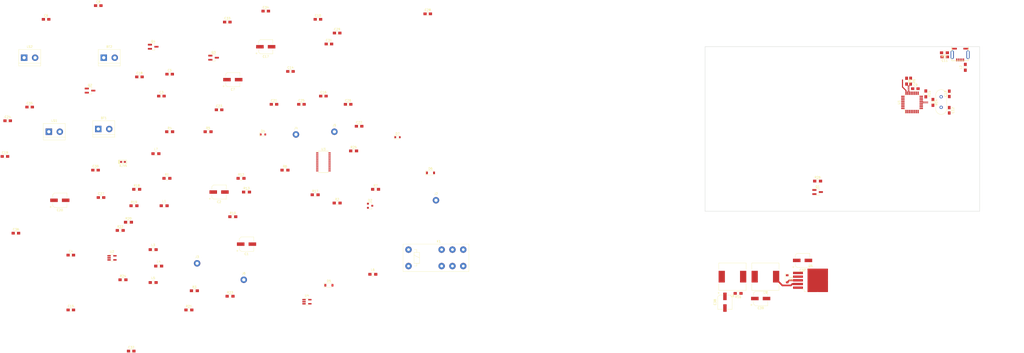
<source format=kicad_pcb>
(kicad_pcb (version 4) (host pcbnew 4.0.7)
  (layers (0 F.Cu signal) (31 B.Cu signal) (34 B.Paste user hide) (35 F.Paste user hide) (36 B.SilkS user hide) (37 F.SilkS user hide) (38 B.Mask user hide) (39 F.Mask user hide) (44 Edge.Cuts user))
  (net 0 "")
  (net 1 "Net-(C1-Pad1)")
  (net 2 "/Speaker Op-Amp Circuit/Vin_R")
  (net 3 "Net-(C2-Pad1)")
  (net 4 "/Speaker Op-Amp Circuit/Vin_L")
  (net 5 /USB_Dn)
  (net 6 /USB_Dp)
  (net 7 GND)
  (net 8 "Net-(D3-Pad1)")
  (net 9 "Net-(D4-Pad1)")
  (net 10 VDD)
  (net 11 +BATT)
  (net 12 "Net-(C36-Pad1)")
  (net 13 VBUS)
  (net 14 "Net-(D6-Pad2)")
  (net 15 "Net-(D7-Pad1)")
  (net 16 "Net-(C11-Pad1)")
  (net 17 "Net-(J1-Pad1)")
  (net 18 "Net-(J1-Pad4)")
  (net 19 "Net-(J2-Pad1)")
  (net 20 /SSPNDn)
  (net 21 "Net-(J4-Pad1)")
  (net 22 "/Speaker Op-Amp Circuit/PLIMIT")
  (net 23 "/Speaker Op-Amp Circuit/PBTL")
  (net 24 "Net-(BT1-Pad2)")
  (net 25 "Net-(K1-Pad24)")
  (net 26 "Net-(BT2-Pad1)")
  (net 27 /AGND_LR)
  (net 28 /AGND_DAC)
  (net 29 "Net-(C26-Pad1)")
  (net 30 "Net-(C24-Pad1)")
  (net 31 "Net-(C27-Pad2)")
  (net 32 "Net-(C28-Pad2)")
  (net 33 "Net-(C30-Pad1)")
  (net 34 "Net-(C29-Pad1)")
  (net 35 "Net-(C31-Pad2)")
  (net 36 "Net-(C32-Pad2)")
  (net 37 "Net-(C3-Pad2)")
  (net 38 "Net-(C4-Pad2)")
  (net 39 "Net-(R8-Pad2)")
  (net 40 "Net-(R9-Pad2)")
  (net 41 "Net-(C13-Pad1)")
  (net 42 "Net-(C12-Pad1)")
  (net 43 "Net-(R15-Pad2)")
  (net 44 "Net-(C39-Pad1)")
  (net 45 +5V)
  (net 46 "/Speaker Op-Amp Circuit/GVDD")
  (net 47 "Net-(C33-Pad1)")
  (net 48 "/Battery Power Circuit/CE")
  (net 49 "Net-(Q4-Pad3)")
  (net 50 "/Battery Power Circuit/SSPND")
  (net 51 "Net-(C8-Pad1)")
  (net 52 /FUNC3)
  (net 53 /FUNC0)
  (net 54 /HID0)
  (net 55 /HID1)
  (net 56 /HID2)
  (net 57 /FSEL)
  (net 58 "Net-(U1-Pad14)")
  (net 59 /DOUT)
  (net 60 /FUNC2)
  (net 61 /FUNC1)
  (net 62 "Net-(C6-Pad2)")
  (net 63 "Net-(C5-Pad2)")
  (net 64 "Net-(C7-Pad1)")
  (net 65 "/Speaker Op-Amp Circuit/FAULTn")
  (net 66 "Net-(C21-Pad2)")
  (net 67 "Net-(C22-Pad2)")
  (net 68 "Net-(U3-Pad5)")
  (net 69 "Net-(U3-Pad6)")
  (net 70 "Net-(C23-Pad2)")
  (net 71 "Net-(U3-Pad13)")
  (net 72 "Net-(C32-Pad1)")
  (net 73 "Net-(C29-Pad2)")
  (net 74 "Net-(C28-Pad1)")
  (net 75 "Net-(C24-Pad2)")
  (net 76 "Net-(C25-Pad2)")
  (module Capacitors_SMD:CP_Elec_6.3x5.7 (layer F.Cu) (at -129.54 146.05)
    (fp_text reference C1 (at 0 4.56) (layer F.SilkS))
    (fp_text value 100uF)
    (fp_text user + (at -4.28 3.01) (layer F.SilkS))
    (pad 1 smd rect (at -2.7 0 180) (size 3.5 1.6) (layers F.Cu F.Paste F.Mask) (net 1 "Net-(C1-Pad1)"))
    (pad 2 smd rect (at 2.7 0 180) (size 3.5 1.6) (layers F.Cu F.Paste F.Mask) (net 2 "/Speaker Op-Amp Circuit/Vin_R"))
  )
  (module Capacitors_SMD:CP_Elec_6.3x5.7 (layer F.Cu) (at -142.24 121.92)
    (fp_text reference C2 (at 0 4.56) (layer F.SilkS))
    (fp_text value 100uF)
    (fp_text user + (at -4.28 3.01) (layer F.SilkS))
    (pad 1 smd rect (at -2.7 0 180) (size 3.5 1.6) (layers F.Cu F.Paste F.Mask) (net 3 "Net-(C2-Pad1)"))
    (pad 2 smd rect (at 2.7 0 180) (size 3.5 1.6) (layers F.Cu F.Paste F.Mask) (net 4 "/Speaker Op-Amp Circuit/Vin_L"))
  )
  (module TO_SOT_Packages_SMD:SOT-23 (layer F.Cu) (at -72.39 128.27)
    (fp_text reference D2 (at 0 -2.5) (layer F.SilkS))
    (fp_text value "TVS Array")
    (pad 1 smd rect (at -1 -0.95) (size 0.9 0.8) (layers F.Cu F.Paste F.Mask) (net 5 /USB_Dn))
    (pad 2 smd rect (at -1 0.95) (size 0.9 0.8) (layers F.Cu F.Paste F.Mask) (net 6 /USB_Dp))
    (pad 3 smd rect (at 1 0) (size 0.9 0.8) (layers F.Cu F.Paste F.Mask) (net 7 GND))
  )
  (module Diodes_SMD:D_SOD-123 (layer F.Cu) (at 120.5484 162.1282 270)
    (fp_text reference D3 (at 0 -2 270) (layer F.SilkS))
    (fp_text value 1N5819)
    (pad 1 smd rect (at -1.65 0 270) (size 0.9 1.2) (layers F.Cu F.Paste F.Mask) (net 8 "Net-(D3-Pad1)"))
    (pad 2 smd rect (at 1.65 0 270) (size 0.9 1.2) (layers F.Cu F.Paste F.Mask) (net 7 GND))
  )
  (module Diodes_SMD:D_0805 (layer F.Cu) (at -121.92 95.25)
    (fp_text reference D4 (at 0 -1.6) (layer F.SilkS))
    (fp_text value "LED GREEN")
    (pad 1 smd rect (at -1.05 0) (size 0.8 0.9) (layers F.Cu F.Paste F.Mask) (net 9 "Net-(D4-Pad1)"))
    (pad 2 smd rect (at 1.05 0) (size 0.8 0.9) (layers F.Cu F.Paste F.Mask) (net 10 VDD))
  )
  (module Diodes_SMD:D_SOD-123 (layer F.Cu) (at -91.44 165.1)
    (fp_text reference D5 (at 0 -2) (layer F.SilkS))
    (fp_text value 1N5819)
    (pad 1 smd rect (at -1.65 0) (size 0.9 1.2) (layers F.Cu F.Paste F.Mask) (net 11 +BATT))
    (pad 2 smd rect (at 1.65 0) (size 0.9 1.2) (layers F.Cu F.Paste F.Mask) (net 12 "Net-(C36-Pad1)"))
  )
  (module Diodes_SMD:D_SOD-123 (layer F.Cu) (at -44.45 113.03)
    (fp_text reference D6 (at 0 -2) (layer F.SilkS))
    (fp_text value 1N4448W)
    (pad 1 smd rect (at -1.65 0) (size 0.9 1.2) (layers F.Cu F.Paste F.Mask) (net 13 VBUS))
    (pad 2 smd rect (at 1.65 0) (size 0.9 1.2) (layers F.Cu F.Paste F.Mask) (net 14 "Net-(D6-Pad2)"))
  )
  (module Diodes_SMD:D_0805 (layer F.Cu) (at -59.69 96.52)
    (fp_text reference D7 (at 0 -1.6) (layer F.SilkS))
    (fp_text value "LED GREEN")
    (pad 1 smd rect (at -1.05 0) (size 0.8 0.9) (layers F.Cu F.Paste F.Mask) (net 15 "Net-(D7-Pad1)"))
    (pad 2 smd rect (at 1.05 0) (size 0.8 0.9) (layers F.Cu F.Paste F.Mask) (net 45 +5V))
  )
  (module keyboard_parts:USB_miniB_hirose_5S8 (layer F.Cu) (at 200.533 60.706 180)
    (fp_text reference J1 hide)
    (fp_text value USB_OTG hide)
    (pad 6 smd rect (at 2.675 5.2 180) (size 2.35 0.8) (layers F.Cu F.Paste F.Mask) (net 16 "Net-(C11-Pad1)"))
    (pad 6 smd rect (at -2.675 5.2 180) (size 2.35 0.8) (layers F.Cu F.Paste F.Mask) (net 16 "Net-(C11-Pad1)"))
    (pad 1 smd rect (at -1.6 0 180) (size 0.5 1.4) (layers F.Cu F.Paste F.Mask) (net 17 "Net-(J1-Pad1)"))
    (pad 2 smd rect (at -0.8 0 180) (size 0.5 1.4) (layers F.Cu F.Paste F.Mask) (net 5 /USB_Dn))
    (pad 3 smd rect (at 0 0 180) (size 0.5 1.4) (layers F.Cu F.Paste F.Mask) (net 6 /USB_Dp))
    (pad 4 smd rect (at 0.8 0 180) (size 0.5 1.4) (layers F.Cu F.Paste F.Mask) (net 18 "Net-(J1-Pad4)"))
    (pad 5 smd rect (at 1.6 0 180) (size 0.5 1.4) (layers F.Cu F.Paste F.Mask) (net 7 GND))
    (pad 6 thru_hole oval (at -3.65 2.4 180) (size 1.5 4) (drill oval 0.7 3.2) (layers *.Cu *.Mask F.Paste) (net 16 "Net-(C11-Pad1)"))
    (pad 6 thru_hole oval (at 3.65 2.4 180) (size 1.5 4) (drill oval 0.7 3.2) (layers *.Cu *.Mask F.Paste) (net 16 "Net-(C11-Pad1)"))
  )
  (module Measurement_Points:Measurement_Point_Round-TH_Big (layer F.Cu) (at -41.91 125.73)
    (fp_text reference J2 (at 0 -3) (layer F.SilkS))
    (fp_text value TP)
    (pad 1 thru_hole circle (at 0 0) (size 3 3) (drill 1.5) (layers *.Cu *.Mask) (net 19 "Net-(J2-Pad1)"))
  )
  (module Measurement_Points:Measurement_Point_Round-TH_Big (layer F.Cu) (at -152.4 154.94)
    (fp_text reference J3 (at 0 -3) (layer F.SilkS))
    (fp_text value TP)
    (pad 1 thru_hole circle (at 0 0) (size 3 3) (drill 1.5) (layers *.Cu *.Mask) (net 20 /SSPNDn))
  )
  (module Measurement_Points:Measurement_Point_Round-TH_Big (layer F.Cu) (at -106.68 95.25)
    (fp_text reference J4 (at 0 -3) (layer F.SilkS))
    (fp_text value TP)
    (pad 1 thru_hole circle (at 0 0) (size 3 3) (drill 1.5) (layers *.Cu *.Mask) (net 21 "Net-(J4-Pad1)"))
  )
  (module Measurement_Points:Measurement_Point_Round-TH_Big (layer F.Cu) (at -88.9 93.98)
    (fp_text reference J5 (at 0 -3) (layer F.SilkS))
    (fp_text value TP)
    (pad 1 thru_hole circle (at 0 0) (size 3 3) (drill 1.5) (layers *.Cu *.Mask) (net 22 "/Speaker Op-Amp Circuit/PLIMIT"))
  )
  (module Measurement_Points:Measurement_Point_Round-TH_Big (layer F.Cu) (at -130.81 162.56)
    (fp_text reference J6 (at 0 -3) (layer F.SilkS))
    (fp_text value TP)
    (pad 1 thru_hole circle (at 0 0) (size 3 3) (drill 1.5) (layers *.Cu *.Mask) (net 23 "/Speaker Op-Amp Circuit/PBTL"))
  )
  (module Relays_THT:Relay_DPDT_Finder_40.52 (layer F.Cu) (at -54.61 148.59)
    (fp_text reference K1 (at 13.97 -3.81) (layer F.SilkS))
    (fp_text value V23105A5001A201)
    (pad A1 thru_hole circle (at 0 0) (size 3 3) (drill 1.3) (layers *.Cu *.Mask) (net 14 "Net-(D6-Pad2)"))
    (pad A2 thru_hole circle (at 0 7.62) (size 3 3) (drill 1.3) (layers *.Cu *.Mask) (net 13 VBUS))
    (pad 11 thru_hole circle (at 20.32 0) (size 3 3) (drill 1.3) (layers *.Cu *.Mask) (net 24 "Net-(BT1-Pad2)"))
    (pad 24 thru_hole circle (at 25.32 7.62) (size 3 3) (drill 1.3) (layers *.Cu *.Mask) (net 25 "Net-(K1-Pad24)"))
    (pad 22 thru_hole circle (at 15.32 7.62) (size 3 3) (drill 1.3) (layers *.Cu *.Mask) (net 26 "Net-(BT2-Pad1)"))
    (pad 12 thru_hole circle (at 15.32 0) (size 3 3) (drill 1.3) (layers *.Cu *.Mask) (net 7 GND))
    (pad 21 thru_hole circle (at 20.32 7.62) (size 3 3) (drill 1.3) (layers *.Cu *.Mask) (net 11 +BATT))
    (pad 14 thru_hole circle (at 25.32 0) (size 3 3) (drill 1.3) (layers *.Cu *.Mask) (net 26 "Net-(BT2-Pad1)"))
  )
  (module Inductors_SMD:L_0805_HandSoldering (layer F.Cu) (at -167.64 128.27)
    (fp_text reference L1 (at 0 -2.1) (layer F.SilkS))
    (fp_text value 60Ω@100MHz,3A)
    (pad 1 smd rect (at -1.35 0) (size 1.5 1.3) (layers F.Cu F.Paste F.Mask) (net 27 /AGND_LR))
    (pad 2 smd rect (at 1.35 0) (size 1.5 1.3) (layers F.Cu F.Paste F.Mask) (net 7 GND))
  )
  (module Inductors_SMD:L_0805_HandSoldering (layer F.Cu) (at 202.946 64.135 90)
    (fp_text reference L2 (at 0 -2.1 90) (layer F.SilkS))
    (fp_text value 60Ω@100MHz,3A)
    (pad 1 smd rect (at -1.35 0 90) (size 1.5 1.3) (layers F.Cu F.Paste F.Mask) (net 13 VBUS))
    (pad 2 smd rect (at 1.35 0 90) (size 1.5 1.3) (layers F.Cu F.Paste F.Mask) (net 17 "Net-(J1-Pad1)"))
  )
  (module Inductors_SMD:L_0805_HandSoldering (layer F.Cu) (at -172.72 148.59)
    (fp_text reference L3 (at 0 -2.1) (layer F.SilkS))
    (fp_text value 60Ω@100MHz,3A)
    (pad 1 smd rect (at -1.35 0) (size 1.5 1.3) (layers F.Cu F.Paste F.Mask) (net 28 /AGND_DAC))
    (pad 2 smd rect (at 1.35 0) (size 1.5 1.3) (layers F.Cu F.Paste F.Mask) (net 7 GND))
  )
  (module Inductors_SMD:L_0805_HandSoldering (layer F.Cu) (at -170.18 156.21)
    (fp_text reference L4 (at 0 -2.1) (layer F.SilkS))
    (fp_text value 300Ω@100MHz)
    (pad 1 smd rect (at -1.35 0) (size 1.5 1.3) (layers F.Cu F.Paste F.Mask) (net 29 "Net-(C26-Pad1)"))
    (pad 2 smd rect (at 1.35 0) (size 1.5 1.3) (layers F.Cu F.Paste F.Mask) (net 30 "Net-(C24-Pad1)"))
  )
  (module Inductors_SMD:L_0805_HandSoldering (layer F.Cu) (at -172.72 163.83)
    (fp_text reference L5 (at 0 -2.1) (layer F.SilkS))
    (fp_text value 300Ω@100MHz)
    (pad 1 smd rect (at -1.35 0) (size 1.5 1.3) (layers F.Cu F.Paste F.Mask) (net 31 "Net-(C27-Pad2)"))
    (pad 2 smd rect (at 1.35 0) (size 1.5 1.3) (layers F.Cu F.Paste F.Mask) (net 32 "Net-(C28-Pad2)"))
  )
  (module Inductors_SMD:L_0805_HandSoldering (layer F.Cu) (at -71.12 160.02)
    (fp_text reference L6 (at 0 -2.1) (layer F.SilkS))
    (fp_text value 300Ω@100MHz)
    (pad 1 smd rect (at -1.35 0) (size 1.5 1.3) (layers F.Cu F.Paste F.Mask) (net 33 "Net-(C30-Pad1)"))
    (pad 2 smd rect (at 1.35 0) (size 1.5 1.3) (layers F.Cu F.Paste F.Mask) (net 34 "Net-(C29-Pad1)"))
  )
  (module Inductors_SMD:L_0805_HandSoldering (layer F.Cu) (at -171.45 104.14)
    (fp_text reference L7 (at 0 -2.1) (layer F.SilkS))
    (fp_text value 300Ω@100MHz)
    (pad 1 smd rect (at -1.35 0) (size 1.5 1.3) (layers F.Cu F.Paste F.Mask) (net 35 "Net-(C31-Pad2)"))
    (pad 2 smd rect (at 1.35 0) (size 1.5 1.3) (layers F.Cu F.Paste F.Mask) (net 36 "Net-(C32-Pad2)"))
  )
  (module Resistors_SMD:R_0805_HandSoldering (layer F.Cu) (at -166.37 115.57)
    (fp_text reference R1 (at 0 -1.7) (layer F.SilkS))
    (fp_text value 16)
    (pad 1 smd rect (at -1.35 0) (size 1.5 1.3) (layers F.Cu F.Paste F.Mask) (net 37 "Net-(C3-Pad2)"))
    (pad 2 smd rect (at 1.35 0) (size 1.5 1.3) (layers F.Cu F.Paste F.Mask) (net 7 GND))
  )
  (module Resistors_SMD:R_0805_HandSoldering (layer F.Cu) (at -87.63 127)
    (fp_text reference R2 (at 0 -1.7) (layer F.SilkS))
    (fp_text value 16)
    (pad 1 smd rect (at -1.35 0) (size 1.5 1.3) (layers F.Cu F.Paste F.Mask) (net 38 "Net-(C4-Pad2)"))
    (pad 2 smd rect (at 1.35 0) (size 1.5 1.3) (layers F.Cu F.Paste F.Mask) (net 7 GND))
  )
  (module Resistors_SMD:R_0805_HandSoldering (layer F.Cu) (at -153.67 167.64)
    (fp_text reference R3 (at 0 -1.7) (layer F.SilkS))
    (fp_text value 3.3K)
    (pad 1 smd rect (at -1.35 0) (size 1.5 1.3) (layers F.Cu F.Paste F.Mask) (net 1 "Net-(C1-Pad1)"))
    (pad 2 smd rect (at 1.35 0) (size 1.5 1.3) (layers F.Cu F.Paste F.Mask) (net 7 GND))
  )
  (module Resistors_SMD:R_0805_HandSoldering (layer F.Cu) (at -165.1 93.98)
    (fp_text reference R4 (at 0 -1.7) (layer F.SilkS))
    (fp_text value 3.3K)
    (pad 1 smd rect (at -1.35 0) (size 1.5 1.3) (layers F.Cu F.Paste F.Mask) (net 3 "Net-(C2-Pad1)"))
    (pad 2 smd rect (at 1.35 0) (size 1.5 1.3) (layers F.Cu F.Paste F.Mask) (net 7 GND))
  )
  (module Resistors_SMD:R_0805_HandSoldering (layer F.Cu) (at -147.32 93.98)
    (fp_text reference R5 (at 0 -1.7) (layer F.SilkS))
    (fp_text value 3.3K)
    (pad 1 smd rect (at -1.35 0) (size 1.5 1.3) (layers F.Cu F.Paste F.Mask) (net 2 "/Speaker Op-Amp Circuit/Vin_R"))
    (pad 2 smd rect (at 1.35 0) (size 1.5 1.3) (layers F.Cu F.Paste F.Mask) (net 7 GND))
  )
  (module Resistors_SMD:R_0805_HandSoldering (layer F.Cu) (at -111.76 111.76)
    (fp_text reference R6 (at 0 -1.7) (layer F.SilkS))
    (fp_text value 3.3K)
    (pad 1 smd rect (at -1.35 0) (size 1.5 1.3) (layers F.Cu F.Paste F.Mask) (net 4 "/Speaker Op-Amp Circuit/Vin_L"))
    (pad 2 smd rect (at 1.35 0) (size 1.5 1.3) (layers F.Cu F.Paste F.Mask) (net 7 GND))
  )
  (module Resistors_SMD:R_0805_HandSoldering (layer F.Cu) (at -69.85 120.65)
    (fp_text reference R7 (at 0 -1.7) (layer F.SilkS))
    (fp_text value 1.5K)
    (pad 1 smd rect (at -1.35 0) (size 1.5 1.3) (layers F.Cu F.Paste F.Mask) (net 10 VDD))
    (pad 2 smd rect (at 1.35 0) (size 1.5 1.3) (layers F.Cu F.Paste F.Mask) (net 6 /USB_Dp))
  )
  (module Resistors_SMD:R_0805_HandSoldering (layer F.Cu) (at 175.768 70.5612 270)
    (fp_text reference R8 (at 0 -1.7 270) (layer F.SilkS))
    (fp_text value 22)
    (pad 1 smd rect (at -1.35 0 270) (size 1.5 1.3) (layers F.Cu F.Paste F.Mask) (net 6 /USB_Dp))
    (pad 2 smd rect (at 1.35 0 270) (size 1.5 1.3) (layers F.Cu F.Paste F.Mask) (net 39 "Net-(R8-Pad2)"))
  )
  (module Resistors_SMD:R_0805_HandSoldering (layer F.Cu) (at 177.6476 70.5612 270)
    (fp_text reference R9 (at 0 -1.7 270) (layer F.SilkS))
    (fp_text value 22)
    (pad 1 smd rect (at -1.35 0 270) (size 1.5 1.3) (layers F.Cu F.Paste F.Mask) (net 5 /USB_Dn))
    (pad 2 smd rect (at 1.35 0 270) (size 1.5 1.3) (layers F.Cu F.Paste F.Mask) (net 40 "Net-(R9-Pad2)"))
  )
  (module Resistors_SMD:R_0805_HandSoldering (layer F.Cu) (at -135.89 133.35)
    (fp_text reference R10 (at 0 -1.7) (layer F.SilkS))
    (fp_text value NP)
    (pad 1 smd rect (at -1.35 0) (size 1.5 1.3) (layers F.Cu F.Paste F.Mask) (net 10 VDD))
    (pad 2 smd rect (at 1.35 0) (size 1.5 1.3) (layers F.Cu F.Paste F.Mask) (net 19 "Net-(J2-Pad1)"))
  )
  (module Resistors_SMD:R_0805_HandSoldering (layer F.Cu) (at 193.294 57.404 180)
    (fp_text reference R11 (at 0 -1.7 180) (layer F.SilkS))
    (fp_text value 1M)
    (pad 1 smd rect (at -1.35 0 180) (size 1.5 1.3) (layers F.Cu F.Paste F.Mask) (net 16 "Net-(C11-Pad1)"))
    (pad 2 smd rect (at 1.35 0 180) (size 1.5 1.3) (layers F.Cu F.Paste F.Mask) (net 7 GND))
  )
  (module Resistors_SMD:R_0805_HandSoldering (layer F.Cu) (at -132.08 115.57)
    (fp_text reference R12 (at 0 -1.7) (layer F.SilkS))
    (fp_text value 0.0)
    (pad 1 smd rect (at -1.35 0) (size 1.5 1.3) (layers F.Cu F.Paste F.Mask) (net 19 "Net-(J2-Pad1)"))
    (pad 2 smd rect (at 1.35 0) (size 1.5 1.3) (layers F.Cu F.Paste F.Mask) (net 7 GND))
  )
  (module Resistors_SMD:R_0805_HandSoldering (layer F.Cu) (at -129.54 121.92)
    (fp_text reference R13 (at 0 -1.7) (layer F.SilkS))
    (fp_text value 10K)
    (pad 1 smd rect (at -1.35 0) (size 1.5 1.3) (layers F.Cu F.Paste F.Mask) (net 10 VDD))
    (pad 2 smd rect (at 1.35 0) (size 1.5 1.3) (layers F.Cu F.Paste F.Mask) (net 20 /SSPNDn))
  )
  (module Resistors_SMD:R_0805_HandSoldering (layer F.Cu) (at 187.96 80.391 270)
    (fp_text reference R14 (at 0 -1.7 270) (layer F.SilkS))
    (fp_text value 1MΩ)
    (pad 1 smd rect (at -1.35 0 270) (size 1.5 1.3) (layers F.Cu F.Paste F.Mask) (net 41 "Net-(C13-Pad1)"))
    (pad 2 smd rect (at 1.35 0 270) (size 1.5 1.3) (layers F.Cu F.Paste F.Mask) (net 42 "Net-(C12-Pad1)"))
  )
  (module Resistors_SMD:R_0805_HandSoldering (layer F.Cu) (at 184.658 76.454 270)
    (fp_text reference R15 (at 0 -1.7 270) (layer F.SilkS))
    (fp_text value 1.5K)
    (pad 1 smd rect (at -1.35 0 270) (size 1.5 1.3) (layers F.Cu F.Paste F.Mask) (net 10 VDD))
    (pad 2 smd rect (at 1.35 0 270) (size 1.5 1.3) (layers F.Cu F.Paste F.Mask) (net 43 "Net-(R15-Pad2)"))
  )
  (module Resistors_SMD:R_0805_HandSoldering (layer F.Cu) (at 97.8408 168.8592 180)
    (fp_text reference R16 (at 0 -1.7 180) (layer F.SilkS))
    (fp_text value 0.0)
    (pad 1 smd rect (at -1.35 0 180) (size 1.5 1.3) (layers F.Cu F.Paste F.Mask) (net 44 "Net-(C39-Pad1)"))
    (pad 2 smd rect (at 1.35 0 180) (size 1.5 1.3) (layers F.Cu F.Paste F.Mask) (net 45 +5V))
  )
  (module Resistors_SMD:R_0805_HandSoldering (layer F.Cu) (at -97.79 123.19)
    (fp_text reference R17 (at 0 -1.7) (layer F.SilkS))
    (fp_text value 100)
    (pad 1 smd rect (at -1.35 0) (size 1.5 1.3) (layers F.Cu F.Paste F.Mask) (net 9 "Net-(D4-Pad1)"))
    (pad 2 smd rect (at 1.35 0) (size 1.5 1.3) (layers F.Cu F.Paste F.Mask) (net 7 GND))
  )
  (module Resistors_SMD:R_0805_HandSoldering (layer F.Cu) (at -180.34 120.65)
    (fp_text reference R18 (at 0 -1.7) (layer F.SilkS))
    (fp_text value 10K)
    (pad 1 smd rect (at -1.35 0) (size 1.5 1.3) (layers F.Cu F.Paste F.Mask) (net 45 +5V))
    (pad 2 smd rect (at 1.35 0) (size 1.5 1.3) (layers F.Cu F.Paste F.Mask) (net 21 "Net-(J4-Pad1)"))
  )
  (module Resistors_SMD:R_0805_HandSoldering (layer F.Cu) (at -181.61 128.27)
    (fp_text reference R19 (at 0 -1.7) (layer F.SilkS))
    (fp_text value 0.0)
    (pad 1 smd rect (at -1.35 0) (size 1.5 1.3) (layers F.Cu F.Paste F.Mask) (net 46 "/Speaker Op-Amp Circuit/GVDD"))
    (pad 2 smd rect (at 1.35 0) (size 1.5 1.3) (layers F.Cu F.Paste F.Mask) (net 22 "/Speaker Op-Amp Circuit/PLIMIT"))
  )
  (module Resistors_SMD:R_0805_HandSoldering (layer F.Cu) (at -184.15 135.89)
    (fp_text reference R20 (at 0 -1.7) (layer F.SilkS))
    (fp_text value NP)
    (pad 1 smd rect (at -1.35 0) (size 1.5 1.3) (layers F.Cu F.Paste F.Mask) (net 45 +5V))
    (pad 2 smd rect (at 1.35 0) (size 1.5 1.3) (layers F.Cu F.Paste F.Mask) (net 23 "/Speaker Op-Amp Circuit/PBTL"))
  )
  (module Resistors_SMD:R_0805_HandSoldering (layer F.Cu) (at -156.21 176.53)
    (fp_text reference R21 (at 0 -1.7) (layer F.SilkS))
    (fp_text value 10)
    (pad 1 smd rect (at -1.35 0) (size 1.5 1.3) (layers F.Cu F.Paste F.Mask) (net 45 +5V))
    (pad 2 smd rect (at 1.35 0) (size 1.5 1.3) (layers F.Cu F.Paste F.Mask) (net 47 "Net-(C33-Pad1)"))
  )
  (module Resistors_SMD:R_0805_HandSoldering (layer F.Cu) (at -187.96 139.7)
    (fp_text reference R22 (at 0 -1.7) (layer F.SilkS))
    (fp_text value NP)
    (pad 1 smd rect (at -1.35 0) (size 1.5 1.3) (layers F.Cu F.Paste F.Mask) (net 22 "/Speaker Op-Amp Circuit/PLIMIT"))
    (pad 2 smd rect (at 1.35 0) (size 1.5 1.3) (layers F.Cu F.Paste F.Mask) (net 7 GND))
  )
  (module Resistors_SMD:R_0805_HandSoldering (layer F.Cu) (at -137.16 170.18)
    (fp_text reference R23 (at 0 -1.7) (layer F.SilkS))
    (fp_text value 0.0)
    (pad 1 smd rect (at -1.35 0) (size 1.5 1.3) (layers F.Cu F.Paste F.Mask) (net 23 "/Speaker Op-Amp Circuit/PBTL"))
    (pad 2 smd rect (at 1.35 0) (size 1.5 1.3) (layers F.Cu F.Paste F.Mask) (net 7 GND))
  )
  (module Resistors_SMD:R_0805_HandSoldering (layer F.Cu) (at -186.69 162.56)
    (fp_text reference R24 (at 0 -1.7) (layer F.SilkS))
    (fp_text value 10k)
    (pad 1 smd rect (at -1.35 0) (size 1.5 1.3) (layers F.Cu F.Paste F.Mask) (net 13 VBUS))
    (pad 2 smd rect (at 1.35 0) (size 1.5 1.3) (layers F.Cu F.Paste F.Mask) (net 48 "/Battery Power Circuit/CE"))
  )
  (module Resistors_SMD:R_0805_HandSoldering (layer F.Cu) (at -80.01 102.87)
    (fp_text reference R25 (at 0 -1.7) (layer F.SilkS))
    (fp_text value 100)
    (pad 1 smd rect (at -1.35 0) (size 1.5 1.3) (layers F.Cu F.Paste F.Mask) (net 49 "Net-(Q4-Pad3)"))
    (pad 2 smd rect (at 1.35 0) (size 1.5 1.3) (layers F.Cu F.Paste F.Mask) (net 7 GND))
  )
  (module Resistors_SMD:R_0805_HandSoldering (layer F.Cu) (at 134.62 116.84)
    (fp_text reference R26 (at 0 -1.7) (layer F.SilkS))
    (fp_text value 10k)
    (pad 1 smd rect (at -1.35 0) (size 1.5 1.3) (layers F.Cu F.Paste F.Mask) (net 45 +5V))
    (pad 2 smd rect (at 1.35 0) (size 1.5 1.3) (layers F.Cu F.Paste F.Mask) (net 50 "/Battery Power Circuit/SSPND"))
  )
  (module Housings_QFP:TQFP-32_7x7mm_Pitch0.8mm (layer F.Cu) (at 178.308 80.391 90)
    (fp_text reference U1 (at 0 -6.05 90) (layer F.SilkS))
    (fp_text value PCM2707C)
    (pad 1 smd rect (at -4.25 -2.8 90) (size 1.6 0.55) (layers F.Cu F.Paste F.Mask) (net 28 /AGND_DAC))
    (pad 2 smd rect (at -4.25 -2 90) (size 1.6 0.55) (layers F.Cu F.Paste F.Mask) (net 51 "Net-(C8-Pad1)"))
    (pad 3 smd rect (at -4.25 -1.2 90) (size 1.6 0.55) (layers F.Cu F.Paste F.Mask) (net 19 "Net-(J2-Pad1)"))
    (pad 4 smd rect (at -4.25 -0.4 90) (size 1.6 0.55) (layers F.Cu F.Paste F.Mask) (net 52 /FUNC3))
    (pad 5 smd rect (at -4.25 0.4 90) (size 1.6 0.55) (layers F.Cu F.Paste F.Mask) (net 53 /FUNC0))
    (pad 6 smd rect (at -4.25 1.2 90) (size 1.6 0.55) (layers F.Cu F.Paste F.Mask) (net 54 /HID0))
    (pad 7 smd rect (at -4.25 2 90) (size 1.6 0.55) (layers F.Cu F.Paste F.Mask) (net 55 /HID1))
    (pad 8 smd rect (at -4.25 2.8 90) (size 1.6 0.55) (layers F.Cu F.Paste F.Mask) (net 56 /HID2))
    (pad 9 smd rect (at -2.8 4.25 180) (size 1.6 0.55) (layers F.Cu F.Paste F.Mask) (net 57 /FSEL))
    (pad 10 smd rect (at -2 4.25 180) (size 1.6 0.55) (layers F.Cu F.Paste F.Mask) (net 10 VDD))
    (pad 11 smd rect (at -1.2 4.25 180) (size 1.6 0.55) (layers F.Cu F.Paste F.Mask) (net 20 /SSPNDn))
    (pad 12 smd rect (at -0.4 4.25 180) (size 1.6 0.55) (layers F.Cu F.Paste F.Mask) (net 42 "Net-(C12-Pad1)"))
    (pad 13 smd rect (at 0.4 4.25 180) (size 1.6 0.55) (layers F.Cu F.Paste F.Mask) (net 41 "Net-(C13-Pad1)"))
    (pad 14 smd rect (at 1.2 4.25 180) (size 1.6 0.55) (layers F.Cu F.Paste F.Mask) (net 58 "Net-(U1-Pad14)"))
    (pad 15 smd rect (at 2 4.25 180) (size 1.6 0.55) (layers F.Cu F.Paste F.Mask) (net 43 "Net-(R15-Pad2)"))
    (pad 16 smd rect (at 2.8 4.25 180) (size 1.6 0.55) (layers F.Cu F.Paste F.Mask) (net 10 VDD))
    (pad 17 smd rect (at 4.25 2.8 90) (size 1.6 0.55) (layers F.Cu F.Paste F.Mask) (net 59 /DOUT))
    (pad 18 smd rect (at 4.25 2 90) (size 1.6 0.55) (layers F.Cu F.Paste F.Mask) (net 60 /FUNC2))
    (pad 19 smd rect (at 4.25 1.2 90) (size 1.6 0.55) (layers F.Cu F.Paste F.Mask) (net 61 /FUNC1))
    (pad 20 smd rect (at 4.25 0.4 90) (size 1.6 0.55) (layers F.Cu F.Paste F.Mask) (net 7 GND))
    (pad 21 smd rect (at 4.25 -0.4 90) (size 1.6 0.55) (layers F.Cu F.Paste F.Mask) (net 10 VDD))
    (pad 22 smd rect (at 4.25 -1.2 90) (size 1.6 0.55) (layers F.Cu F.Paste F.Mask) (net 40 "Net-(R9-Pad2)"))
    (pad 23 smd rect (at 4.25 -2 90) (size 1.6 0.55) (layers F.Cu F.Paste F.Mask) (net 39 "Net-(R8-Pad2)"))
    (pad 24 smd rect (at 4.25 -2.8 90) (size 1.6 0.55) (layers F.Cu F.Paste F.Mask) (net 13 VBUS))
    (pad 25 smd rect (at 2.8 -4.25 180) (size 1.6 0.55) (layers F.Cu F.Paste F.Mask) (net 7 GND))
    (pad 26 smd rect (at 2 -4.25 180) (size 1.6 0.55) (layers F.Cu F.Paste F.Mask) (net 27 /AGND_LR))
    (pad 27 smd rect (at 1.2 -4.25 180) (size 1.6 0.55) (layers F.Cu F.Paste F.Mask) (net 62 "Net-(C6-Pad2)"))
    (pad 28 smd rect (at 0.4 -4.25 180) (size 1.6 0.55) (layers F.Cu F.Paste F.Mask) (net 3 "Net-(C2-Pad1)"))
    (pad 29 smd rect (at -0.4 -4.25 180) (size 1.6 0.55) (layers F.Cu F.Paste F.Mask) (net 1 "Net-(C1-Pad1)"))
    (pad 30 smd rect (at -1.2 -4.25 180) (size 1.6 0.55) (layers F.Cu F.Paste F.Mask) (net 63 "Net-(C5-Pad2)"))
    (pad 31 smd rect (at -2 -4.25 180) (size 1.6 0.55) (layers F.Cu F.Paste F.Mask) (net 27 /AGND_LR))
    (pad 32 smd rect (at -2.8 -4.25 180) (size 1.6 0.55) (layers F.Cu F.Paste F.Mask) (net 64 "Net-(C7-Pad1)"))
  )
  (module TO_SOT_Packages_SMD:SOT-23-5_HandSoldering (layer F.Cu) (at -191.77 152.4)
    (fp_text reference U2 (at 0 -2.9) (layer F.SilkS))
    (fp_text value NC7SZ08)
    (pad 1 smd rect (at -1.35 -0.95) (size 1.56 0.65) (layers F.Cu F.Paste F.Mask) (net 20 /SSPNDn))
    (pad 2 smd rect (at -1.35 0) (size 1.56 0.65) (layers F.Cu F.Paste F.Mask) (net 65 "/Speaker Op-Amp Circuit/FAULTn"))
    (pad 3 smd rect (at -1.35 0.95) (size 1.56 0.65) (layers F.Cu F.Paste F.Mask) (net 7 GND))
    (pad 4 smd rect (at 1.35 0.95) (size 1.56 0.65) (layers F.Cu F.Paste F.Mask) (net 21 "Net-(J4-Pad1)"))
    (pad 5 smd rect (at 1.35 -0.95) (size 1.56 0.65) (layers F.Cu F.Paste F.Mask) (net 45 +5V))
  )
  (module Housings_SSOP:TSSOP-28_4.4x9.7mm_Pitch0.65mm (layer F.Cu) (at -93.98 107.95)
    (fp_text reference U3 (at 0 -5.9) (layer F.SilkS))
    (fp_text value TPA3137D2)
    (pad 1 smd rect (at -2.85 -4.225) (size 1.1 0.4) (layers F.Cu F.Paste F.Mask) (net 21 "Net-(J4-Pad1)"))
    (pad 2 smd rect (at -2.85 -3.575) (size 1.1 0.4) (layers F.Cu F.Paste F.Mask) (net 65 "/Speaker Op-Amp Circuit/FAULTn"))
    (pad 3 smd rect (at -2.85 -2.925) (size 1.1 0.4) (layers F.Cu F.Paste F.Mask) (net 66 "Net-(C21-Pad2)"))
    (pad 4 smd rect (at -2.85 -2.275) (size 1.1 0.4) (layers F.Cu F.Paste F.Mask) (net 67 "Net-(C22-Pad2)"))
    (pad 5 smd rect (at -2.85 -1.625) (size 1.1 0.4) (layers F.Cu F.Paste F.Mask) (net 68 "Net-(U3-Pad5)"))
    (pad 6 smd rect (at -2.85 -0.975) (size 1.1 0.4) (layers F.Cu F.Paste F.Mask) (net 69 "Net-(U3-Pad6)"))
    (pad 7 smd rect (at -2.85 -0.325) (size 1.1 0.4) (layers F.Cu F.Paste F.Mask) (net 47 "Net-(C33-Pad1)"))
    (pad 8 smd rect (at -2.85 0.325) (size 1.1 0.4) (layers F.Cu F.Paste F.Mask) (net 7 GND))
    (pad 9 smd rect (at -2.85 0.975) (size 1.1 0.4) (layers F.Cu F.Paste F.Mask) (net 46 "/Speaker Op-Amp Circuit/GVDD"))
    (pad 10 smd rect (at -2.85 1.625) (size 1.1 0.4) (layers F.Cu F.Paste F.Mask) (net 22 "/Speaker Op-Amp Circuit/PLIMIT"))
    (pad 11 smd rect (at -2.85 2.275) (size 1.1 0.4) (layers F.Cu F.Paste F.Mask))
    (pad 12 smd rect (at -2.85 2.925) (size 1.1 0.4) (layers F.Cu F.Paste F.Mask) (net 70 "Net-(C23-Pad2)"))
    (pad 13 smd rect (at -2.85 3.575) (size 1.1 0.4) (layers F.Cu F.Paste F.Mask) (net 71 "Net-(U3-Pad13)"))
    (pad 14 smd rect (at -2.85 4.225) (size 1.1 0.4) (layers F.Cu F.Paste F.Mask) (net 23 "/Speaker Op-Amp Circuit/PBTL"))
    (pad 15 smd rect (at 2.85 4.225) (size 1.1 0.4) (layers F.Cu F.Paste F.Mask) (net 45 +5V))
    (pad 16 smd rect (at 2.85 3.575) (size 1.1 0.4) (layers F.Cu F.Paste F.Mask) (net 45 +5V))
    (pad 17 smd rect (at 2.85 2.925) (size 1.1 0.4) (layers F.Cu F.Paste F.Mask) (net 72 "Net-(C32-Pad1)"))
    (pad 18 smd rect (at 2.85 2.275) (size 1.1 0.4) (layers F.Cu F.Paste F.Mask) (net 36 "Net-(C32-Pad2)"))
    (pad 19 smd rect (at 2.85 1.625) (size 1.1 0.4) (layers F.Cu F.Paste F.Mask) (net 7 GND))
    (pad 20 smd rect (at 2.85 0.975) (size 1.1 0.4) (layers F.Cu F.Paste F.Mask) (net 34 "Net-(C29-Pad1)"))
    (pad 21 smd rect (at 2.85 0.325) (size 1.1 0.4) (layers F.Cu F.Paste F.Mask) (net 73 "Net-(C29-Pad2)"))
    (pad 22 smd rect (at 2.85 -0.325) (size 1.1 0.4) (layers F.Cu F.Paste F.Mask) (net 74 "Net-(C28-Pad1)"))
    (pad 23 smd rect (at 2.85 -0.975) (size 1.1 0.4) (layers F.Cu F.Paste F.Mask) (net 32 "Net-(C28-Pad2)"))
    (pad 24 smd rect (at 2.85 -1.625) (size 1.1 0.4) (layers F.Cu F.Paste F.Mask) (net 7 GND))
    (pad 25 smd rect (at 2.85 -2.275) (size 1.1 0.4) (layers F.Cu F.Paste F.Mask) (net 30 "Net-(C24-Pad1)"))
    (pad 26 smd rect (at 2.85 -2.925) (size 1.1 0.4) (layers F.Cu F.Paste F.Mask) (net 75 "Net-(C24-Pad2)"))
    (pad 27 smd rect (at 2.85 -3.575) (size 1.1 0.4) (layers F.Cu F.Paste F.Mask) (net 45 +5V))
    (pad 28 smd rect (at 2.85 -4.225) (size 1.1 0.4) (layers F.Cu F.Paste F.Mask) (net 45 +5V))
  )
  (module TO_SOT_Packages_SMD:SOT-23-5_HandSoldering (layer F.Cu) (at -101.6 172.72)
    (fp_text reference U4 (at 0 -2.9) (layer F.SilkS))
    (fp_text value MCP73811)
    (pad 1 smd rect (at -1.35 -0.95) (size 1.56 0.65) (layers F.Cu F.Paste F.Mask) (net 48 "/Battery Power Circuit/CE"))
    (pad 2 smd rect (at -1.35 0) (size 1.56 0.65) (layers F.Cu F.Paste F.Mask) (net 7 GND))
    (pad 3 smd rect (at -1.35 0.95) (size 1.56 0.65) (layers F.Cu F.Paste F.Mask) (net 12 "Net-(C36-Pad1)"))
    (pad 4 smd rect (at 1.35 0.95) (size 1.56 0.65) (layers F.Cu F.Paste F.Mask) (net 13 VBUS))
    (pad 5 smd rect (at 1.35 -0.95) (size 1.56 0.65) (layers F.Cu F.Paste F.Mask) (net 13 VBUS))
  )
  (module TO_SOT_Packages_SMD:TO-263-5_TabPin6 (layer F.Cu) (at 131.318 162.814)
    (fp_text reference U5 (at 0 -6.65) (layer F.SilkS))
    (fp_text value LM2576)
    (pad 1 smd rect (at -5.775 -3.4) (size 4.6 1.1) (layers F.Cu F.Paste F.Mask) (net 11 +BATT))
    (pad 2 smd rect (at -5.775 -1.7) (size 4.6 1.1) (layers F.Cu F.Paste F.Mask) (net 8 "Net-(D3-Pad1)"))
    (pad 3 smd rect (at -5.775 0) (size 4.6 1.1) (layers F.Cu F.Paste F.Mask) (net 7 GND))
    (pad 4 smd rect (at -5.775 1.7) (size 4.6 1.1) (layers F.Cu F.Paste F.Mask) (net 8 "Net-(D3-Pad1)"))
    (pad 5 smd rect (at -5.775 3.4) (size 4.6 1.1) (layers F.Cu F.Paste F.Mask) (net 50 "/Battery Power Circuit/SSPND"))
    (pad 6 smd rect (at 3.375 0) (size 9.4 10.8) (layers F.Cu F.Mask) (net 7 GND))
    (pad 6 smd rect (at 5.8 2.775) (size 4.55 5.25) (layers F.Cu F.Paste) (net 7 GND))
    (pad 6 smd rect (at 0.95 -2.775) (size 4.55 5.25) (layers F.Cu F.Paste) (net 7 GND))
    (pad 6 smd rect (at 5.8 -2.775) (size 4.55 5.25) (layers F.Cu F.Paste) (net 7 GND))
    (pad 6 smd rect (at 0.95 2.775) (size 4.55 5.25) (layers F.Cu F.Paste) (net 7 GND))
  )
  (module Crystals:Crystal_HC49-4H_Vertical (layer F.Cu) (at 191.77 82.677 90)
    (fp_text reference Y1 (at 2.44 -3.525 90) (layer F.SilkS))
    (fp_text value "12 MHz")
    (pad 1 thru_hole circle (at 0 0 90) (size 1.5 1.5) (drill 0.8) (layers *.Cu *.Mask) (net 42 "Net-(C12-Pad1)"))
    (pad 2 thru_hole circle (at 4.88 0 90) (size 1.5 1.5) (drill 0.8) (layers *.Cu *.Mask) (net 41 "Net-(C13-Pad1)"))
  )
  (module Connectors_Terminal_Blocks:TerminalBlock_bornier-2_P5.08mm (layer F.Cu) (at -198.12 92.71)
    (fp_text reference BT1 (at 2.54 -5.08) (layer F.SilkS))
    (fp_text value 18650)
    (pad 1 thru_hole rect (at 0 0) (size 3 3) (drill 1.52) (layers *.Cu *.Mask) (net 11 +BATT))
    (pad 2 thru_hole circle (at 5.08 0) (size 3 3) (drill 1.52) (layers *.Cu *.Mask) (net 24 "Net-(BT1-Pad2)"))
  )
  (module Connectors_Terminal_Blocks:TerminalBlock_bornier-2_P5.08mm (layer F.Cu) (at -195.58 59.69)
    (fp_text reference BT2 (at 2.54 -5.08) (layer F.SilkS))
    (fp_text value 18650)
    (pad 1 thru_hole rect (at 0 0) (size 3 3) (drill 1.52) (layers *.Cu *.Mask) (net 26 "Net-(BT2-Pad1)"))
    (pad 2 thru_hole circle (at 5.08 0) (size 3 3) (drill 1.52) (layers *.Cu *.Mask) (net 7 GND))
  )
  (module Capacitors_SMD:C_0805_HandSoldering (layer F.Cu) (at -168.91 77.47)
    (fp_text reference C3 (at 0 -1.75) (layer F.SilkS))
    (fp_text value 0.022uF)
    (pad 1 smd rect (at -1.25 0) (size 1.5 1.25) (layers F.Cu F.Paste F.Mask) (net 1 "Net-(C1-Pad1)"))
    (pad 2 smd rect (at 1.25 0) (size 1.5 1.25) (layers F.Cu F.Paste F.Mask) (net 37 "Net-(C3-Pad2)"))
  )
  (module Capacitors_SMD:C_0805_HandSoldering (layer F.Cu) (at -210.82 151.13)
    (fp_text reference C4 (at 0 -1.75) (layer F.SilkS))
    (fp_text value 0.022uF)
    (pad 1 smd rect (at -1.25 0) (size 1.5 1.25) (layers F.Cu F.Paste F.Mask) (net 3 "Net-(C2-Pad1)"))
    (pad 2 smd rect (at 1.25 0) (size 1.5 1.25) (layers F.Cu F.Paste F.Mask) (net 38 "Net-(C4-Pad2)"))
  )
  (module Capacitors_SMD:C_0805_HandSoldering (layer F.Cu) (at -165.1 67.31)
    (fp_text reference C5 (at 0 -1.75) (layer F.SilkS))
    (fp_text value 1uF)
    (pad 1 smd rect (at -1.25 0) (size 1.5 1.25) (layers F.Cu F.Paste F.Mask) (net 27 /AGND_LR))
    (pad 2 smd rect (at 1.25 0) (size 1.5 1.25) (layers F.Cu F.Paste F.Mask) (net 63 "Net-(C5-Pad2)"))
  )
  (module Capacitors_SMD:C_0805_HandSoldering (layer F.Cu) (at -222.25 41.91)
    (fp_text reference C6 (at 0 -1.75) (layer F.SilkS))
    (fp_text value 1uF)
    (pad 1 smd rect (at -1.25 0) (size 1.5 1.25) (layers F.Cu F.Paste F.Mask) (net 27 /AGND_LR))
    (pad 2 smd rect (at 1.25 0) (size 1.5 1.25) (layers F.Cu F.Paste F.Mask) (net 62 "Net-(C6-Pad2)"))
  )
  (module Capacitors_SMD:CP_Elec_6.3x5.7 (layer F.Cu) (at -135.89 69.85)
    (fp_text reference C7 (at 0 4.56) (layer F.SilkS))
    (fp_text value 10uF)
    (fp_text user + (at -4.28 3.01) (layer F.SilkS))
    (pad 1 smd rect (at -2.7 0 180) (size 3.5 1.6) (layers F.Cu F.Paste F.Mask) (net 64 "Net-(C7-Pad1)"))
    (pad 2 smd rect (at 2.7 0 180) (size 3.5 1.6) (layers F.Cu F.Paste F.Mask) (net 28 /AGND_DAC))
  )
  (module Capacitors_SMD:C_0805_HandSoldering (layer F.Cu) (at -198.12 35.56)
    (fp_text reference C8 (at 0 -1.75) (layer F.SilkS))
    (fp_text value 1uF)
    (pad 1 smd rect (at -1.25 0) (size 1.5 1.25) (layers F.Cu F.Paste F.Mask) (net 51 "Net-(C8-Pad1)"))
    (pad 2 smd rect (at 1.25 0) (size 1.5 1.25) (layers F.Cu F.Paste F.Mask) (net 28 /AGND_DAC))
  )
  (module Capacitors_SMD:C_0805_HandSoldering (layer F.Cu) (at 179.832 74.041)
    (fp_text reference C9 (at 0 -1.75) (layer F.SilkS))
    (fp_text value 1uF)
    (pad 1 smd rect (at -1.25 0) (size 1.5 1.25) (layers F.Cu F.Paste F.Mask) (net 10 VDD))
    (pad 2 smd rect (at 1.25 0) (size 1.5 1.25) (layers F.Cu F.Paste F.Mask) (net 7 GND))
  )
  (module Capacitors_SMD:C_0805_HandSoldering (layer F.Cu) (at -96.52 41.91)
    (fp_text reference C10 (at 0 -1.75) (layer F.SilkS))
    (fp_text value 1uF)
    (pad 1 smd rect (at -1.25 0) (size 1.5 1.25) (layers F.Cu F.Paste F.Mask) (net 13 VBUS))
    (pad 2 smd rect (at 1.25 0) (size 1.5 1.25) (layers F.Cu F.Paste F.Mask) (net 7 GND))
  )
  (module Capacitors_SMD:C_0805_HandSoldering (layer F.Cu) (at 193.421 59.309 180)
    (fp_text reference C11 (at 0 -1.75 180) (layer F.SilkS))
    (fp_text value 4.7nF)
    (pad 1 smd rect (at -1.25 0 180) (size 1.5 1.25) (layers F.Cu F.Paste F.Mask) (net 16 "Net-(C11-Pad1)"))
    (pad 2 smd rect (at 1.25 0 180) (size 1.5 1.25) (layers F.Cu F.Paste F.Mask) (net 7 GND))
  )
  (module Capacitors_SMD:C_0805_HandSoldering (layer F.Cu) (at 195.5038 84.0486 270)
    (fp_text reference C12 (at 0 -1.75 270) (layer F.SilkS))
    (fp_text value 22pF)
    (pad 1 smd rect (at -1.25 0 270) (size 1.5 1.25) (layers F.Cu F.Paste F.Mask) (net 42 "Net-(C12-Pad1)"))
    (pad 2 smd rect (at 1.25 0 270) (size 1.5 1.25) (layers F.Cu F.Paste F.Mask) (net 7 GND))
  )
  (module Capacitors_SMD:C_0805_HandSoldering (layer F.Cu) (at 195.5292 76.4286 90)
    (fp_text reference C13 (at 0 -1.75 90) (layer F.SilkS))
    (fp_text value 22pF)
    (pad 1 smd rect (at -1.25 0 90) (size 1.5 1.25) (layers F.Cu F.Paste F.Mask) (net 41 "Net-(C13-Pad1)"))
    (pad 2 smd rect (at 1.25 0 90) (size 1.5 1.25) (layers F.Cu F.Paste F.Mask) (net 7 GND))
  )
  (module Capacitors_SMD:C_0805_HandSoldering (layer F.Cu) (at -109.22 66.04)
    (fp_text reference C14 (at 0 -1.75) (layer F.SilkS))
    (fp_text value 1uF)
    (pad 1 smd rect (at -1.25 0) (size 1.5 1.25) (layers F.Cu F.Paste F.Mask) (net 45 +5V))
    (pad 2 smd rect (at 1.25 0) (size 1.5 1.25) (layers F.Cu F.Paste F.Mask) (net 7 GND))
  )
  (module Capacitors_SMD:C_0805_HandSoldering (layer F.Cu) (at -210.82 176.53)
    (fp_text reference C15 (at 0 -1.75) (layer F.SilkS))
    (fp_text value 1nF)
    (pad 1 smd rect (at -1.25 0) (size 1.5 1.25) (layers F.Cu F.Paste F.Mask) (net 45 +5V))
    (pad 2 smd rect (at 1.25 0) (size 1.5 1.25) (layers F.Cu F.Paste F.Mask) (net 7 GND))
  )
  (module Capacitors_SMD:C_0805_HandSoldering (layer F.Cu) (at -93.98 77.47)
    (fp_text reference C16 (at 0 -1.75) (layer F.SilkS))
    (fp_text value 100nF)
    (pad 1 smd rect (at -1.25 0) (size 1.5 1.25) (layers F.Cu F.Paste F.Mask) (net 45 +5V))
    (pad 2 smd rect (at 1.25 0) (size 1.5 1.25) (layers F.Cu F.Paste F.Mask) (net 7 GND))
  )
  (module Capacitors_SMD:CP_Elec_6.3x5.7 (layer F.Cu) (at -120.65 54.61)
    (fp_text reference C17 (at 0 4.56) (layer F.SilkS))
    (fp_text value 10uF)
    (fp_text user + (at -4.28 3.01) (layer F.SilkS))
    (pad 1 smd rect (at -2.7 0 180) (size 3.5 1.6) (layers F.Cu F.Paste F.Mask) (net 45 +5V))
    (pad 2 smd rect (at 2.7 0 180) (size 3.5 1.6) (layers F.Cu F.Paste F.Mask) (net 7 GND))
  )
  (module Capacitors_SMD:C_0805_HandSoldering (layer F.Cu) (at -179.07 68.58)
    (fp_text reference C18 (at 0 -1.75) (layer F.SilkS))
    (fp_text value 1nF)
    (pad 1 smd rect (at -1.25 0) (size 1.5 1.25) (layers F.Cu F.Paste F.Mask) (net 45 +5V))
    (pad 2 smd rect (at 1.25 0) (size 1.5 1.25) (layers F.Cu F.Paste F.Mask) (net 7 GND))
  )
  (module Capacitors_SMD:C_0805_HandSoldering (layer F.Cu) (at -241.3 105.41)
    (fp_text reference C19 (at 0 -1.75) (layer F.SilkS))
    (fp_text value 100nF)
    (pad 1 smd rect (at -1.25 0) (size 1.5 1.25) (layers F.Cu F.Paste F.Mask) (net 45 +5V))
    (pad 2 smd rect (at 1.25 0) (size 1.5 1.25) (layers F.Cu F.Paste F.Mask) (net 7 GND))
  )
  (module Capacitors_SMD:CP_Elec_6.3x5.7 (layer F.Cu) (at -215.9 125.73)
    (fp_text reference C20 (at 0 4.56) (layer F.SilkS))
    (fp_text value 10uF)
    (fp_text user + (at -4.28 3.01) (layer F.SilkS))
    (pad 1 smd rect (at -2.7 0 180) (size 3.5 1.6) (layers F.Cu F.Paste F.Mask) (net 45 +5V))
    (pad 2 smd rect (at 2.7 0 180) (size 3.5 1.6) (layers F.Cu F.Paste F.Mask) (net 7 GND))
  )
  (module Capacitors_SMD:C_0805_HandSoldering (layer F.Cu) (at -116.84 81.28)
    (fp_text reference C21 (at 0 -1.75) (layer F.SilkS))
    (fp_text value 1uF)
    (pad 1 smd rect (at -1.25 0) (size 1.5 1.25) (layers F.Cu F.Paste F.Mask) (net 4 "/Speaker Op-Amp Circuit/Vin_L"))
    (pad 2 smd rect (at 1.25 0) (size 1.5 1.25) (layers F.Cu F.Paste F.Mask) (net 66 "Net-(C21-Pad2)"))
  )
  (module Capacitors_SMD:C_0805_HandSoldering (layer F.Cu) (at -77.47 91.44)
    (fp_text reference C22 (at 0 -1.75) (layer F.SilkS))
    (fp_text value 1uF)
    (pad 1 smd rect (at -1.25 0) (size 1.5 1.25) (layers F.Cu F.Paste F.Mask) (net 7 GND))
    (pad 2 smd rect (at 1.25 0) (size 1.5 1.25) (layers F.Cu F.Paste F.Mask) (net 67 "Net-(C22-Pad2)"))
  )
  (module Capacitors_SMD:C_0805_HandSoldering (layer F.Cu) (at -142.24 83.82)
    (fp_text reference C23 (at 0 -1.75) (layer F.SilkS))
    (fp_text value 1uF)
    (pad 1 smd rect (at -1.25 0) (size 1.5 1.25) (layers F.Cu F.Paste F.Mask) (net 2 "/Speaker Op-Amp Circuit/Vin_R"))
    (pad 2 smd rect (at 1.25 0) (size 1.5 1.25) (layers F.Cu F.Paste F.Mask) (net 70 "Net-(C23-Pad2)"))
  )
  (module Capacitors_SMD:C_0805_HandSoldering (layer F.Cu) (at -240.03 88.9)
    (fp_text reference C24 (at 0 -1.75) (layer F.SilkS))
    (fp_text value 0.22uF)
    (pad 1 smd rect (at -1.25 0) (size 1.5 1.25) (layers F.Cu F.Paste F.Mask) (net 30 "Net-(C24-Pad1)"))
    (pad 2 smd rect (at 1.25 0) (size 1.5 1.25) (layers F.Cu F.Paste F.Mask) (net 75 "Net-(C24-Pad2)"))
  )
  (module Capacitors_SMD:C_0805_HandSoldering (layer F.Cu) (at -104.14 81.28)
    (fp_text reference C25 (at 0 -1.75) (layer F.SilkS))
    (fp_text value 1uF)
    (pad 1 smd rect (at -1.25 0) (size 1.5 1.25) (layers F.Cu F.Paste F.Mask) (net 7 GND))
    (pad 2 smd rect (at 1.25 0) (size 1.5 1.25) (layers F.Cu F.Paste F.Mask) (net 76 "Net-(C25-Pad2)"))
  )
  (module Capacitors_SMD:C_0805_HandSoldering (layer F.Cu) (at -82.55 81.28)
    (fp_text reference C26 (at 0 -1.75) (layer F.SilkS))
    (fp_text value 1uF)
    (pad 1 smd rect (at -1.25 0) (size 1.5 1.25) (layers F.Cu F.Paste F.Mask) (net 29 "Net-(C26-Pad1)"))
    (pad 2 smd rect (at 1.25 0) (size 1.5 1.25) (layers F.Cu F.Paste F.Mask) (net 7 GND))
  )
  (module Capacitors_SMD:C_0805_HandSoldering (layer F.Cu) (at -196.85 124.46)
    (fp_text reference C27 (at 0 -1.75) (layer F.SilkS))
    (fp_text value 1uF)
    (pad 1 smd rect (at -1.25 0) (size 1.5 1.25) (layers F.Cu F.Paste F.Mask) (net 7 GND))
    (pad 2 smd rect (at 1.25 0) (size 1.5 1.25) (layers F.Cu F.Paste F.Mask) (net 31 "Net-(C27-Pad2)"))
  )
  (module Capacitors_SMD:C_0805_HandSoldering (layer F.Cu) (at -45.72 39.37)
    (fp_text reference C28 (at 0 -1.75) (layer F.SilkS))
    (fp_text value 0.22uF)
    (pad 1 smd rect (at -1.25 0) (size 1.5 1.25) (layers F.Cu F.Paste F.Mask) (net 74 "Net-(C28-Pad1)"))
    (pad 2 smd rect (at 1.25 0) (size 1.5 1.25) (layers F.Cu F.Paste F.Mask) (net 32 "Net-(C28-Pad2)"))
  )
  (module Capacitors_SMD:C_0805_HandSoldering (layer F.Cu) (at -87.63 48.26)
    (fp_text reference C29 (at 0 -1.75) (layer F.SilkS))
    (fp_text value 0.22uF)
    (pad 1 smd rect (at -1.25 0) (size 1.5 1.25) (layers F.Cu F.Paste F.Mask) (net 34 "Net-(C29-Pad1)"))
    (pad 2 smd rect (at 1.25 0) (size 1.5 1.25) (layers F.Cu F.Paste F.Mask) (net 73 "Net-(C29-Pad2)"))
  )
  (module Capacitors_SMD:C_0805_HandSoldering (layer F.Cu) (at -199.39 111.76)
    (fp_text reference C30 (at 0 -1.75) (layer F.SilkS))
    (fp_text value 1uF)
    (pad 1 smd rect (at -1.25 0) (size 1.5 1.25) (layers F.Cu F.Paste F.Mask) (net 33 "Net-(C30-Pad1)"))
    (pad 2 smd rect (at 1.25 0) (size 1.5 1.25) (layers F.Cu F.Paste F.Mask) (net 7 GND))
  )
  (module Capacitors_SMD:C_0805_HandSoldering (layer F.Cu) (at -91.44 53.34)
    (fp_text reference C31 (at 0 -1.75) (layer F.SilkS))
    (fp_text value 1uF)
    (pad 1 smd rect (at -1.25 0) (size 1.5 1.25) (layers F.Cu F.Paste F.Mask) (net 7 GND))
    (pad 2 smd rect (at 1.25 0) (size 1.5 1.25) (layers F.Cu F.Paste F.Mask) (net 35 "Net-(C31-Pad2)"))
  )
  (module Capacitors_SMD:C_0805_HandSoldering (layer F.Cu) (at -182.88 195.58)
    (fp_text reference C32 (at 0 -1.75) (layer F.SilkS))
    (fp_text value 0.22uF)
    (pad 1 smd rect (at -1.25 0) (size 1.5 1.25) (layers F.Cu F.Paste F.Mask) (net 72 "Net-(C32-Pad1)"))
    (pad 2 smd rect (at 1.25 0) (size 1.5 1.25) (layers F.Cu F.Paste F.Mask) (net 36 "Net-(C32-Pad2)"))
  )
  (module Capacitors_SMD:C_0805_HandSoldering (layer F.Cu) (at -138.43 43.18)
    (fp_text reference C33 (at 0 -1.75) (layer F.SilkS))
    (fp_text value 1uF)
    (pad 1 smd rect (at -1.25 0) (size 1.5 1.25) (layers F.Cu F.Paste F.Mask) (net 47 "Net-(C33-Pad1)"))
    (pad 2 smd rect (at 1.25 0) (size 1.5 1.25) (layers F.Cu F.Paste F.Mask) (net 7 GND))
  )
  (module Capacitors_SMD:C_0805_HandSoldering (layer F.Cu) (at -120.65 38.1)
    (fp_text reference C34 (at 0 -1.75) (layer F.SilkS))
    (fp_text value 1uF)
    (pad 1 smd rect (at -1.25 0) (size 1.5 1.25) (layers F.Cu F.Paste F.Mask) (net 46 "/Speaker Op-Amp Circuit/GVDD"))
    (pad 2 smd rect (at 1.25 0) (size 1.5 1.25) (layers F.Cu F.Paste F.Mask) (net 7 GND))
  )
  (module Capacitors_SMD:C_0805_HandSoldering (layer F.Cu) (at -229.87 82.55)
    (fp_text reference C35 (at 0 -1.75) (layer F.SilkS))
    (fp_text value 1uF)
    (pad 1 smd rect (at -1.25 0) (size 1.5 1.25) (layers F.Cu F.Paste F.Mask) (net 13 VBUS))
    (pad 2 smd rect (at 1.25 0) (size 1.5 1.25) (layers F.Cu F.Paste F.Mask) (net 7 GND))
  )
  (module Capacitors_SMD:C_0805_HandSoldering (layer F.Cu) (at -236.22 140.97)
    (fp_text reference C36 (at 0 -1.75) (layer F.SilkS))
    (fp_text value 1uF)
    (pad 1 smd rect (at -1.25 0) (size 1.5 1.25) (layers F.Cu F.Paste F.Mask) (net 12 "Net-(C36-Pad1)"))
    (pad 2 smd rect (at 1.25 0) (size 1.5 1.25) (layers F.Cu F.Paste F.Mask) (net 7 GND))
  )
  (module Capacitors_SMD:CP_Elec_6.3x5.7 (layer F.Cu) (at 127.6604 153.5938)
    (fp_text reference C37 (at 0 4.56) (layer F.SilkS))
    (fp_text value 100uF)
    (fp_text user + (at -4.28 3.01) (layer F.SilkS))
    (pad 1 smd rect (at -2.7 0 180) (size 3.5 1.6) (layers F.Cu F.Paste F.Mask) (net 11 +BATT))
    (pad 2 smd rect (at 2.7 0 180) (size 3.5 1.6) (layers F.Cu F.Paste F.Mask) (net 7 GND))
  )
  (module Capacitors_SMD:CP_Elec_6.3x5.7 (layer F.Cu) (at 91.7448 172.9486 270)
    (fp_text reference C38 (at 0 4.56 270) (layer F.SilkS))
    (fp_text value NP)
    (fp_text user + (at -4.28 3.01 270) (layer F.SilkS))
    (pad 1 smd rect (at -2.7 0 90) (size 3.5 1.6) (layers F.Cu F.Paste F.Mask) (net 45 +5V))
    (pad 2 smd rect (at 2.7 0 90) (size 3.5 1.6) (layers F.Cu F.Paste F.Mask) (net 7 GND))
  )
  (module Capacitors_SMD:CP_Elec_6.3x7.7 (layer F.Cu) (at 108.2802 171.2468)
    (fp_text reference C39 (at 0 4.43) (layer F.SilkS))
    (fp_text value 330uF)
    (fp_text user + (at -4.28 2.91) (layer F.SilkS))
    (pad 1 smd rect (at -2.7 0 180) (size 3.5 1.6) (layers F.Cu F.Paste F.Mask) (net 44 "Net-(C39-Pad1)"))
    (pad 2 smd rect (at 2.7 0 180) (size 3.5 1.6) (layers F.Cu F.Paste F.Mask) (net 7 GND))
  )
  (module keyboard_parts:D_SC79 (layer F.Cu) (at -186.69 107.95)
    (fp_text reference D1 hide)
    (fp_text value D_TVS (at 0.05 1.8) (layer F.SilkS) (effects (font (size 0.8 0.8))))
    (pad 2 smd rect (at 0.85 0) (size 1 0.8) (layers F.Cu F.Paste F.Mask) (net 13 VBUS))
    (pad 1 smd rect (at -0.85 0) (size 1 0.8) (layers F.Cu F.Paste F.Mask) (net 7 GND))
  )
  (module Inductors_SMD:L_12x12mm_h4.5mm (layer F.Cu) (at 95.2246 161.1122 180)
    (fp_text reference L8 (at 0 -8.89 180) (layer F.SilkS))
    (fp_text value NP)
    (pad 1 smd rect (at -4.95 0 180) (size 2.9 5.4) (layers F.Cu F.Paste F.Mask) (net 44 "Net-(C39-Pad1)"))
    (pad 2 smd rect (at 4.95 0 180) (size 2.9 5.4) (layers F.Cu F.Paste F.Mask) (net 45 +5V))
  )
  (module Inductors_SMD:L_12x12mm_h8mm (layer F.Cu) (at 110.4646 161.1122 180)
    (fp_text reference L9 (at 0 -7.4 180) (layer F.SilkS))
    (fp_text value 100uH)
    (pad 1 smd rect (at -4.95 0 180) (size 2.9 5.4) (layers F.Cu F.Paste F.Mask) (net 8 "Net-(D3-Pad1)"))
    (pad 2 smd rect (at 4.95 0 180) (size 2.9 5.4) (layers F.Cu F.Paste F.Mask) (net 44 "Net-(C39-Pad1)"))
  )
  (module Connectors_Terminal_Blocks:TerminalBlock_bornier-2_P5.08mm (layer F.Cu) (at -220.98 93.98)
    (fp_text reference LS1 (at 2.54 -5.08) (layer F.SilkS))
    (fp_text value "4W Speaker")
    (pad 1 thru_hole rect (at 0 0) (size 3 3) (drill 1.52) (layers *.Cu *.Mask) (net 29 "Net-(C26-Pad1)"))
    (pad 2 thru_hole circle (at 5.08 0) (size 3 3) (drill 1.52) (layers *.Cu *.Mask) (net 31 "Net-(C27-Pad2)"))
  )
  (module Connectors_Terminal_Blocks:TerminalBlock_bornier-2_P5.08mm (layer F.Cu) (at -232.41 59.69)
    (fp_text reference LS2 (at 2.54 -5.08) (layer F.SilkS))
    (fp_text value "4W Speaker")
    (pad 1 thru_hole rect (at 0 0) (size 3 3) (drill 1.52) (layers *.Cu *.Mask) (net 35 "Net-(C31-Pad2)"))
    (pad 2 thru_hole circle (at 5.08 0) (size 3 3) (drill 1.52) (layers *.Cu *.Mask) (net 33 "Net-(C30-Pad1)"))
  )
  (module TO_SOT_Packages_SMD:SOT-23_Handsoldering (layer F.Cu) (at 134.62 121.92)
    (fp_text reference Q1 (at 0 -2.5) (layer F.SilkS))
    (fp_text value Q_NMOS_DGS)
    (pad 1 smd rect (at -1.5 -0.95) (size 1.9 0.8) (layers F.Cu F.Paste F.Mask) (net 50 "/Battery Power Circuit/SSPND"))
    (pad 2 smd rect (at -1.5 0.95) (size 1.9 0.8) (layers F.Cu F.Paste F.Mask) (net 20 /SSPNDn))
    (pad 3 smd rect (at 1.5 0) (size 1.9 0.8) (layers F.Cu F.Paste F.Mask) (net 7 GND))
  )
  (module TO_SOT_Packages_SMD:SOT-23_Handsoldering (layer F.Cu) (at -201.93 74.93)
    (fp_text reference Q2 (at 0 -2.5) (layer F.SilkS))
    (fp_text value Q_NMOS_DGS)
    (pad 1 smd rect (at -1.5 -0.95) (size 1.9 0.8) (layers F.Cu F.Paste F.Mask) (net 48 "/Battery Power Circuit/CE"))
    (pad 2 smd rect (at -1.5 0.95) (size 1.9 0.8) (layers F.Cu F.Paste F.Mask) (net 20 /SSPNDn))
    (pad 3 smd rect (at 1.5 0) (size 1.9 0.8) (layers F.Cu F.Paste F.Mask) (net 7 GND))
  )
  (module TO_SOT_Packages_SMD:SOT-23_Handsoldering (layer F.Cu) (at -144.78 59.69)
    (fp_text reference Q3 (at 0 -2.5) (layer F.SilkS))
    (fp_text value Q_NMOS_DGS)
    (pad 1 smd rect (at -1.5 -0.95) (size 1.9 0.8) (layers F.Cu F.Paste F.Mask) (net 7 GND))
    (pad 2 smd rect (at -1.5 0.95) (size 1.9 0.8) (layers F.Cu F.Paste F.Mask) (net 20 /SSPNDn))
    (pad 3 smd rect (at 1.5 0) (size 1.9 0.8) (layers F.Cu F.Paste F.Mask) (net 14 "Net-(D6-Pad2)"))
  )
  (module TO_SOT_Packages_SMD:SOT-23_Handsoldering (layer F.Cu) (at -172.72 54.61)
    (fp_text reference Q4 (at 0 -2.5) (layer F.SilkS))
    (fp_text value Q_NMOS_DGS)
    (pad 1 smd rect (at -1.5 -0.95) (size 1.9 0.8) (layers F.Cu F.Paste F.Mask) (net 15 "Net-(D7-Pad1)"))
    (pad 2 smd rect (at -1.5 0.95) (size 1.9 0.8) (layers F.Cu F.Paste F.Mask) (net 48 "/Battery Power Circuit/CE"))
    (pad 3 smd rect (at 1.5 0) (size 1.9 0.8) (layers F.Cu F.Paste F.Mask) (net 49 "Net-(Q4-Pad3)"))
  )
  (gr_line (start 82.55 130.81) (end 82.55 54.61) (angle 90) (layer Edge.Cuts) (width 0.15))
  (gr_line (start 209.55 130.81) (end 82.55 130.81) (angle 90) (layer Edge.Cuts) (width 0.15))
  (gr_line (start 209.55 54.61) (end 209.55 130.81) (angle 90) (layer Edge.Cuts) (width 0.15))
  (gr_line (start 82.55 54.61) (end 209.55 54.61) (angle 90) (layer Edge.Cuts) (width 0.15))
  (segment (start 125.543 162.814) (end 121.5126 162.814) (width 0.762) (layer F.Cu) (net 7))
  (segment (start 121.5126 162.814) (end 120.5484 163.7782) (width 0.762) (layer F.Cu) (net 7))
  (segment (start 125.5422 161.1132) (end 125.543 161.114) (width 0.762) (layer F.Cu) (net 8))
  (segment (start 125.543 164.514) (end 122.9124 164.514) (width 0.762) (layer F.Cu) (net 8))
  (segment (start 118.3132 165.1762) (end 115.4146 162.2776) (width 0.762) (layer F.Cu) (net 8))
  (segment (start 122.2502 165.1762) (end 118.3132 165.1762) (width 0.762) (layer F.Cu) (net 8))
  (segment (start 122.9124 164.514) (end 122.2502 165.1762) (width 0.762) (layer F.Cu) (net 8))
  (segment (start 115.4146 162.2776) (end 115.4146 161.1122) (width 0.762) (layer F.Cu) (net 8))
  (segment (start 175.508 76.141) (end 175.508 74.8986) (width 0.508) (layer F.Cu) (net 13))
  (segment (start 173.8884 73.279) (end 173.8884 69.977) (width 0.508) (layer F.Cu) (net 13))
  (segment (start 175.508 74.8986) (end 173.8884 73.279) (width 0.508) (layer F.Cu) (net 13))
  (segment (start 176.4792 73.025) (end 176.4792 72.6224) (width 0.254) (layer F.Cu) (net 39))
  (segment (start 176.308 75.4314) (end 176.4792 75.2602) (width 0.254) (layer F.Cu) (net 39))
  (segment (start 176.4792 75.2602) (end 176.4792 75.0824) (width 0.254) (layer F.Cu) (net 39))
  (segment (start 176.4792 73.914) (end 176.4792 75.0824) (width 0.254) (layer F.Cu) (net 39))
  (segment (start 176.4792 73.025) (end 176.4792 73.914) (width 0.254) (layer F.Cu) (net 39))
  (segment (start 176.4792 72.6224) (end 175.768 71.9112) (width 0.254) (layer F.Cu) (net 39))
  (segment (start 176.308 76.141) (end 176.308 75.4314) (width 0.254) (layer F.Cu) (net 39))
  (segment (start 176.933202 73.0758) (end 176.933202 72.625598) (width 0.254) (layer F.Cu) (net 40))
  (segment (start 176.933202 72.625598) (end 177.6476 71.9112) (width 0.254) (layer F.Cu) (net 40))
  (segment (start 176.933202 73.0504) (end 176.933202 73.0758) (width 0.254) (layer F.Cu) (net 40))
  (segment (start 176.933202 73.0758) (end 176.933202 73.9394) (width 0.254) (layer F.Cu) (net 40))
  (segment (start 176.933202 73.9394) (end 176.933202 75.0824) (width 0.254) (layer F.Cu) (net 40))
  (segment (start 176.933202 75.2602) (end 177.108 75.434998) (width 0.254) (layer F.Cu) (net 40))
  (segment (start 176.933202 75.2602) (end 176.933202 75.0824) (width 0.254) (layer F.Cu) (net 40))
  (segment (start 177.108 76.141) (end 177.108 75.434998) (width 0.254) (layer F.Cu) (net 40))
  (segment (start 183.242 79.991) (end 183.388 80.137) (width 0.254) (layer F.Cu) (net 41))
  (segment (start 183.388 80.137) (end 185.674 80.137) (width 0.254) (layer F.Cu) (net 41))
  (segment (start 182.558 79.991) (end 183.242 79.991) (width 0.254) (layer F.Cu) (net 41))
  (segment (start 183.242 80.791) (end 183.388 80.645) (width 0.254) (layer F.Cu) (net 42))
  (segment (start 183.388 80.645) (end 185.674 80.645) (width 0.254) (layer F.Cu) (net 42))
  (segment (start 182.558 80.791) (end 183.242 80.791) (width 0.254) (layer F.Cu) (net 42))
)
</source>
